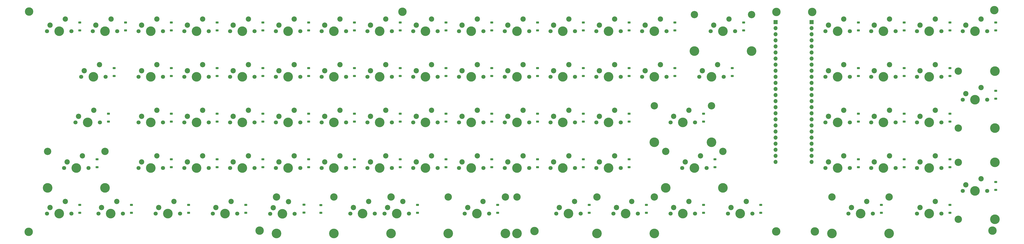
<source format=gbr>
%TF.GenerationSoftware,KiCad,Pcbnew,9.0.0*%
%TF.CreationDate,2025-04-17T19:43:04-05:00*%
%TF.ProjectId,AbbyNormal,41626279-4e6f-4726-9d61-6c2e6b696361,rev?*%
%TF.SameCoordinates,Original*%
%TF.FileFunction,Soldermask,Bot*%
%TF.FilePolarity,Negative*%
%FSLAX46Y46*%
G04 Gerber Fmt 4.6, Leading zero omitted, Abs format (unit mm)*
G04 Created by KiCad (PCBNEW 9.0.0) date 2025-04-17 19:43:04*
%MOMM*%
%LPD*%
G01*
G04 APERTURE LIST*
G04 Aperture macros list*
%AMRoundRect*
0 Rectangle with rounded corners*
0 $1 Rounding radius*
0 $2 $3 $4 $5 $6 $7 $8 $9 X,Y pos of 4 corners*
0 Add a 4 corners polygon primitive as box body*
4,1,4,$2,$3,$4,$5,$6,$7,$8,$9,$2,$3,0*
0 Add four circle primitives for the rounded corners*
1,1,$1+$1,$2,$3*
1,1,$1+$1,$4,$5*
1,1,$1+$1,$6,$7*
1,1,$1+$1,$8,$9*
0 Add four rect primitives between the rounded corners*
20,1,$1+$1,$2,$3,$4,$5,0*
20,1,$1+$1,$4,$5,$6,$7,0*
20,1,$1+$1,$6,$7,$8,$9,0*
20,1,$1+$1,$8,$9,$2,$3,0*%
G04 Aperture macros list end*
%ADD10C,1.700000*%
%ADD11C,4.000000*%
%ADD12C,2.200000*%
%ADD13R,1.700000X1.700000*%
%ADD14O,1.700000X1.700000*%
%ADD15C,2.600000*%
%ADD16C,3.500000*%
%ADD17C,3.050000*%
%ADD18RoundRect,0.225000X0.375000X-0.225000X0.375000X0.225000X-0.375000X0.225000X-0.375000X-0.225000X0*%
G04 APERTURE END LIST*
D10*
%TO.C,SW30*%
X259080000Y-100330000D03*
D11*
X264160000Y-100330000D03*
D10*
X269240000Y-100330000D03*
D12*
X266700000Y-95250000D03*
X260350000Y-97790000D03*
%TD*%
D10*
%TO.C,SW39*%
X87630000Y-119380000D03*
D11*
X92710000Y-119380000D03*
D10*
X97790000Y-119380000D03*
D12*
X95250000Y-114300000D03*
X88900000Y-116840000D03*
%TD*%
D10*
%TO.C,SW48*%
X259080000Y-119380000D03*
D11*
X264160000Y-119380000D03*
D10*
X269240000Y-119380000D03*
D12*
X266700000Y-114300000D03*
X260350000Y-116840000D03*
%TD*%
D10*
%TO.C,SW40*%
X106680000Y-119380000D03*
D11*
X111760000Y-119380000D03*
D10*
X116840000Y-119380000D03*
D12*
X114300000Y-114300000D03*
X107950000Y-116840000D03*
%TD*%
D10*
%TO.C,SW57*%
X125730000Y-138430000D03*
D11*
X130810000Y-138430000D03*
D10*
X135890000Y-138430000D03*
D12*
X133350000Y-133350000D03*
X127000000Y-135890000D03*
%TD*%
D10*
%TO.C,SW74*%
X118586250Y-157480000D03*
D11*
X123666250Y-157480000D03*
D10*
X128746250Y-157480000D03*
D12*
X126206250Y-152400000D03*
X119856250Y-154940000D03*
%TD*%
D10*
%TO.C,SW26*%
X182880000Y-100330000D03*
D11*
X187960000Y-100330000D03*
D10*
X193040000Y-100330000D03*
D12*
X190500000Y-95250000D03*
X184150000Y-97790000D03*
%TD*%
D13*
%TO.C,J1*%
X352740000Y-77420000D03*
D14*
X352740000Y-79960000D03*
X352740000Y-82500000D03*
X352740000Y-85040000D03*
X352740000Y-87580000D03*
X352740000Y-90120000D03*
X352740000Y-92660000D03*
X352740000Y-95200000D03*
X352740000Y-97740000D03*
X352740000Y-100280000D03*
X352740000Y-102820000D03*
X352740000Y-105360000D03*
X352740000Y-107900000D03*
X352740000Y-110440000D03*
X352740000Y-112980000D03*
X352740000Y-115520000D03*
X352740000Y-118060000D03*
X352740000Y-120600000D03*
X352740000Y-123140000D03*
X352740000Y-125680000D03*
X352740000Y-128220000D03*
X352740000Y-130760000D03*
X352740000Y-133300000D03*
X352740000Y-135840000D03*
%TD*%
D15*
%TO.C,REF\u002A\u002A*%
X138000000Y-164600000D03*
D16*
X138000000Y-164600000D03*
%TD*%
D17*
%TO.C,SW37*%
X428760000Y-97955000D03*
X428760000Y-121755000D03*
D10*
X430680000Y-109855000D03*
D11*
X435760000Y-109855000D03*
D10*
X440840000Y-109855000D03*
D11*
X444000000Y-97955000D03*
X444000000Y-121755000D03*
D12*
X438300000Y-104775000D03*
X431950000Y-107315000D03*
%TD*%
D17*
%TO.C,SW75*%
X145103750Y-150480000D03*
D11*
X145103750Y-165720000D03*
D10*
X190023750Y-157480000D03*
D11*
X195103750Y-157480000D03*
D10*
X200183750Y-157480000D03*
D17*
X245103750Y-150480000D03*
D11*
X245103750Y-165720000D03*
D12*
X197643750Y-152400000D03*
X191293750Y-154940000D03*
%TD*%
D10*
%TO.C,SW16*%
X373530000Y-81280000D03*
D11*
X378610000Y-81280000D03*
D10*
X383690000Y-81280000D03*
D12*
X381150000Y-76200000D03*
X374800000Y-78740000D03*
%TD*%
D10*
%TO.C,SW79*%
X332898750Y-157480000D03*
D11*
X337978750Y-157480000D03*
D10*
X343058750Y-157480000D03*
D12*
X340518750Y-152400000D03*
X334168750Y-154940000D03*
%TD*%
D10*
%TO.C,SW7*%
X163830000Y-81280000D03*
D11*
X168910000Y-81280000D03*
D10*
X173990000Y-81280000D03*
D12*
X171450000Y-76200000D03*
X165100000Y-78740000D03*
%TD*%
D10*
%TO.C,SW2*%
X68580000Y-81280000D03*
D11*
X73660000Y-81280000D03*
D10*
X78740000Y-81280000D03*
D12*
X76200000Y-76200000D03*
X69850000Y-78740000D03*
%TD*%
D10*
%TO.C,SW36*%
X411630000Y-100330000D03*
D11*
X416710000Y-100330000D03*
D10*
X421790000Y-100330000D03*
D12*
X419250000Y-95250000D03*
X412900000Y-97790000D03*
%TD*%
D15*
%TO.C,REF\u002A\u002A*%
X353000000Y-164900000D03*
D16*
X353000000Y-164900000D03*
%TD*%
D10*
%TO.C,SW32*%
X297180000Y-100330000D03*
D11*
X302260000Y-100330000D03*
D10*
X307340000Y-100330000D03*
D12*
X304800000Y-95250000D03*
X298450000Y-97790000D03*
%TD*%
D10*
%TO.C,SW25*%
X163830000Y-100330000D03*
D11*
X168910000Y-100330000D03*
D10*
X173990000Y-100330000D03*
D12*
X171450000Y-95250000D03*
X165100000Y-97790000D03*
%TD*%
D10*
%TO.C,SW38*%
X61436250Y-119380000D03*
D11*
X66516250Y-119380000D03*
D10*
X71596250Y-119380000D03*
D12*
X69056250Y-114300000D03*
X62706250Y-116840000D03*
%TD*%
D10*
%TO.C,SW1*%
X49530000Y-81280000D03*
D11*
X54610000Y-81280000D03*
D10*
X59690000Y-81280000D03*
D12*
X57150000Y-76200000D03*
X50800000Y-78740000D03*
%TD*%
D10*
%TO.C,SW55*%
X87630000Y-138430000D03*
D11*
X92710000Y-138430000D03*
D10*
X97790000Y-138430000D03*
D12*
X95250000Y-133350000D03*
X88900000Y-135890000D03*
%TD*%
D10*
%TO.C,SW71*%
X49530000Y-157480000D03*
D11*
X54610000Y-157480000D03*
D10*
X59690000Y-157480000D03*
D12*
X57150000Y-152400000D03*
X50800000Y-154940000D03*
%TD*%
D10*
%TO.C,SW18*%
X411630000Y-81280000D03*
D11*
X416710000Y-81280000D03*
D10*
X421790000Y-81280000D03*
D12*
X419250000Y-76200000D03*
X412900000Y-78740000D03*
%TD*%
D17*
%TO.C,SW83*%
X168956750Y-150471050D03*
D11*
X168956750Y-165711050D03*
D10*
X175776750Y-157471050D03*
D11*
X180856750Y-157471050D03*
D10*
X185936750Y-157471050D03*
D17*
X192756750Y-150471050D03*
D11*
X192756750Y-165711050D03*
D12*
X183396750Y-152391050D03*
X177046750Y-154931050D03*
%TD*%
D10*
%TO.C,SW23*%
X125730000Y-100330000D03*
D11*
X130810000Y-100330000D03*
D10*
X135890000Y-100330000D03*
D12*
X133350000Y-95250000D03*
X127000000Y-97790000D03*
%TD*%
D10*
%TO.C,SW44*%
X182880000Y-119380000D03*
D11*
X187960000Y-119380000D03*
D10*
X193040000Y-119380000D03*
D12*
X190500000Y-114300000D03*
X184150000Y-116840000D03*
%TD*%
D15*
%TO.C,REF\u002A\u002A*%
X368000000Y-73200000D03*
D16*
X368000000Y-73200000D03*
%TD*%
D10*
%TO.C,SW81*%
X411630000Y-157480000D03*
D11*
X416710000Y-157480000D03*
D10*
X421790000Y-157480000D03*
D12*
X419250000Y-152400000D03*
X412900000Y-154940000D03*
%TD*%
D10*
%TO.C,SW58*%
X144780000Y-138430000D03*
D11*
X149860000Y-138430000D03*
D10*
X154940000Y-138430000D03*
D12*
X152400000Y-133350000D03*
X146050000Y-135890000D03*
%TD*%
D10*
%TO.C,SW5*%
X125730000Y-81280000D03*
D11*
X130810000Y-81280000D03*
D10*
X135890000Y-81280000D03*
D12*
X133350000Y-76200000D03*
X127000000Y-78740000D03*
%TD*%
D15*
%TO.C,REF\u002A\u002A*%
X42100000Y-73000000D03*
D16*
X42100000Y-73000000D03*
%TD*%
D10*
%TO.C,SW4*%
X106680000Y-81280000D03*
D11*
X111760000Y-81280000D03*
D10*
X116840000Y-81280000D03*
D12*
X114300000Y-76200000D03*
X107950000Y-78740000D03*
%TD*%
D15*
%TO.C,REF\u002A\u002A*%
X197500000Y-73100000D03*
D16*
X197500000Y-73100000D03*
%TD*%
D10*
%TO.C,SW46*%
X220980000Y-119380000D03*
D11*
X226060000Y-119380000D03*
D10*
X231140000Y-119380000D03*
D12*
X228600000Y-114300000D03*
X222250000Y-116840000D03*
%TD*%
D13*
%TO.C,J2*%
X367720000Y-77400000D03*
D14*
X367720000Y-79940000D03*
X367720000Y-82480000D03*
X367720000Y-85020000D03*
X367720000Y-87560000D03*
X367720000Y-90100000D03*
X367720000Y-92640000D03*
X367720000Y-95180000D03*
X367720000Y-97720000D03*
X367720000Y-100260000D03*
X367720000Y-102800000D03*
X367720000Y-105340000D03*
X367720000Y-107880000D03*
X367720000Y-110420000D03*
X367720000Y-112960000D03*
X367720000Y-115500000D03*
X367720000Y-118040000D03*
X367720000Y-120580000D03*
X367720000Y-123120000D03*
X367720000Y-125660000D03*
X367720000Y-128200000D03*
X367720000Y-130740000D03*
X367720000Y-133280000D03*
X367720000Y-135820000D03*
%TD*%
D10*
%TO.C,SW31*%
X278130000Y-100330000D03*
D11*
X283210000Y-100330000D03*
D10*
X288290000Y-100330000D03*
D12*
X285750000Y-95250000D03*
X279400000Y-97790000D03*
%TD*%
D10*
%TO.C,SW6*%
X144780000Y-81280000D03*
D11*
X149860000Y-81280000D03*
D10*
X154940000Y-81280000D03*
D12*
X152400000Y-76200000D03*
X146050000Y-78740000D03*
%TD*%
D10*
%TO.C,SW68*%
X392580000Y-138430000D03*
D11*
X397660000Y-138430000D03*
D10*
X402740000Y-138430000D03*
D12*
X400200000Y-133350000D03*
X393850000Y-135890000D03*
%TD*%
D17*
%TO.C,SW50*%
X302266250Y-112380000D03*
D11*
X302266250Y-127620000D03*
D10*
X309086250Y-119380000D03*
D11*
X314166250Y-119380000D03*
D10*
X319246250Y-119380000D03*
D17*
X326066250Y-112380000D03*
D11*
X326066250Y-127620000D03*
D12*
X316706250Y-114300000D03*
X310356250Y-116840000D03*
%TD*%
D15*
%TO.C,REF\u002A\u002A*%
X369100000Y-164900000D03*
D16*
X369100000Y-164900000D03*
%TD*%
D10*
%TO.C,SW3*%
X87630000Y-81280000D03*
D11*
X92710000Y-81280000D03*
D10*
X97790000Y-81280000D03*
D12*
X95250000Y-76200000D03*
X88900000Y-78740000D03*
%TD*%
D15*
%TO.C,REF\u002A\u002A*%
X443000000Y-164600000D03*
D16*
X443000000Y-164600000D03*
%TD*%
D17*
%TO.C,SW70*%
X428760000Y-136055000D03*
X428760000Y-159855000D03*
D10*
X430680000Y-147955000D03*
D11*
X435760000Y-147955000D03*
D10*
X440840000Y-147955000D03*
D11*
X444000000Y-136055000D03*
X444000000Y-159855000D03*
D12*
X438300000Y-142875000D03*
X431950000Y-145415000D03*
%TD*%
D10*
%TO.C,SW69*%
X411630000Y-138430000D03*
D11*
X416710000Y-138430000D03*
D10*
X421790000Y-138430000D03*
D12*
X419250000Y-133350000D03*
X412900000Y-135890000D03*
%TD*%
D17*
%TO.C,SW77*%
X278453750Y-150480000D03*
D11*
X278453750Y-165720000D03*
D10*
X285273750Y-157480000D03*
D11*
X290353750Y-157480000D03*
D10*
X295433750Y-157480000D03*
D17*
X302253750Y-150480000D03*
D11*
X302253750Y-165720000D03*
D12*
X292893750Y-152400000D03*
X286543750Y-154940000D03*
%TD*%
D17*
%TO.C,SW15*%
X318935000Y-74280000D03*
D11*
X318935000Y-89520000D03*
D10*
X325755000Y-81280000D03*
D11*
X330835000Y-81280000D03*
D10*
X335915000Y-81280000D03*
D17*
X342735000Y-74280000D03*
D11*
X342735000Y-89520000D03*
D12*
X333375000Y-76200000D03*
X327025000Y-78740000D03*
%TD*%
D10*
%TO.C,SW52*%
X392580000Y-119380000D03*
D11*
X397660000Y-119380000D03*
D10*
X402740000Y-119380000D03*
D12*
X400200000Y-114300000D03*
X393850000Y-116840000D03*
%TD*%
D17*
%TO.C,SW66*%
X307028750Y-131430000D03*
D11*
X307028750Y-146670000D03*
D10*
X313848750Y-138430000D03*
D11*
X318928750Y-138430000D03*
D10*
X324008750Y-138430000D03*
D17*
X330828750Y-131430000D03*
D11*
X330828750Y-146670000D03*
D12*
X321468750Y-133350000D03*
X315118750Y-135890000D03*
%TD*%
D15*
%TO.C,REF\u002A\u002A*%
X353100000Y-73200000D03*
D16*
X353100000Y-73200000D03*
%TD*%
D10*
%TO.C,SW41*%
X125730000Y-119380000D03*
D11*
X130810000Y-119380000D03*
D10*
X135890000Y-119380000D03*
D12*
X133350000Y-114300000D03*
X127000000Y-116840000D03*
%TD*%
D10*
%TO.C,SW53*%
X411630000Y-119380000D03*
D11*
X416710000Y-119380000D03*
D10*
X421790000Y-119380000D03*
D12*
X419250000Y-114300000D03*
X412900000Y-116840000D03*
%TD*%
D10*
%TO.C,SW60*%
X182880000Y-138430000D03*
D11*
X187960000Y-138430000D03*
D10*
X193040000Y-138430000D03*
D12*
X190500000Y-133350000D03*
X184150000Y-135890000D03*
%TD*%
D10*
%TO.C,SW22*%
X106680000Y-100330000D03*
D11*
X111760000Y-100330000D03*
D10*
X116840000Y-100330000D03*
D12*
X114300000Y-95250000D03*
X107950000Y-97790000D03*
%TD*%
D10*
%TO.C,SW67*%
X373530000Y-138430000D03*
D11*
X378610000Y-138430000D03*
D10*
X383690000Y-138430000D03*
D12*
X381150000Y-133350000D03*
X374800000Y-135890000D03*
%TD*%
D10*
%TO.C,SW10*%
X220980000Y-81280000D03*
D11*
X226060000Y-81280000D03*
D10*
X231140000Y-81280000D03*
D12*
X228600000Y-76200000D03*
X222250000Y-78740000D03*
%TD*%
D15*
%TO.C,REF\u002A\u002A*%
X252400000Y-164700000D03*
D16*
X252400000Y-164700000D03*
%TD*%
D10*
%TO.C,SW33*%
X320992500Y-100330000D03*
D11*
X326072500Y-100330000D03*
D10*
X331152500Y-100330000D03*
D12*
X328612500Y-95250000D03*
X322262500Y-97790000D03*
%TD*%
D10*
%TO.C,SW20*%
X63817500Y-100330000D03*
D11*
X68897500Y-100330000D03*
D10*
X73977500Y-100330000D03*
D12*
X71437500Y-95250000D03*
X65087500Y-97790000D03*
%TD*%
D10*
%TO.C,SW29*%
X240030000Y-100330000D03*
D11*
X245110000Y-100330000D03*
D10*
X250190000Y-100330000D03*
D12*
X247650000Y-95250000D03*
X241300000Y-97790000D03*
%TD*%
D10*
%TO.C,SW43*%
X163830000Y-119380000D03*
D11*
X168910000Y-119380000D03*
D10*
X173990000Y-119380000D03*
D12*
X171450000Y-114300000D03*
X165100000Y-116840000D03*
%TD*%
D10*
%TO.C,SW78*%
X309086250Y-157480000D03*
D11*
X314166250Y-157480000D03*
D10*
X319246250Y-157480000D03*
D12*
X316706250Y-152400000D03*
X310356250Y-154940000D03*
%TD*%
D10*
%TO.C,SW59*%
X163830000Y-138430000D03*
D11*
X168910000Y-138430000D03*
D10*
X173990000Y-138430000D03*
D12*
X171450000Y-133350000D03*
X165100000Y-135890000D03*
%TD*%
D10*
%TO.C,SW34*%
X373530000Y-100330000D03*
D11*
X378610000Y-100330000D03*
D10*
X383690000Y-100330000D03*
D12*
X381150000Y-95250000D03*
X374800000Y-97790000D03*
%TD*%
D10*
%TO.C,SW13*%
X278130000Y-81280000D03*
D11*
X283210000Y-81280000D03*
D10*
X288290000Y-81280000D03*
D12*
X285750000Y-76200000D03*
X279400000Y-78740000D03*
%TD*%
D15*
%TO.C,REF\u002A\u002A*%
X41900000Y-165100000D03*
D16*
X41900000Y-165100000D03*
%TD*%
D15*
%TO.C,REF\u002A\u002A*%
X443800000Y-72400000D03*
D16*
X443800000Y-72400000D03*
%TD*%
D10*
%TO.C,SW17*%
X392580000Y-81280000D03*
D11*
X397660000Y-81280000D03*
D10*
X402740000Y-81280000D03*
D12*
X400200000Y-76200000D03*
X393850000Y-78740000D03*
%TD*%
D10*
%TO.C,SW72*%
X70961250Y-157480000D03*
D11*
X76041250Y-157480000D03*
D10*
X81121250Y-157480000D03*
D12*
X78581250Y-152400000D03*
X72231250Y-154940000D03*
%TD*%
D10*
%TO.C,SW21*%
X87630000Y-100330000D03*
D11*
X92710000Y-100330000D03*
D10*
X97790000Y-100330000D03*
D12*
X95250000Y-95250000D03*
X88900000Y-97790000D03*
%TD*%
D10*
%TO.C,SW76*%
X261461250Y-157480000D03*
D11*
X266541250Y-157480000D03*
D10*
X271621250Y-157480000D03*
D12*
X269081250Y-152400000D03*
X262731250Y-154940000D03*
%TD*%
D10*
%TO.C,SW9*%
X201930000Y-81280000D03*
D11*
X207010000Y-81280000D03*
D10*
X212090000Y-81280000D03*
D12*
X209550000Y-76200000D03*
X203200000Y-78740000D03*
%TD*%
D17*
%TO.C,SW84*%
X216541250Y-150480000D03*
D11*
X216541250Y-165720000D03*
D10*
X223361250Y-157480000D03*
D11*
X228441250Y-157480000D03*
D10*
X233521250Y-157480000D03*
D17*
X240341250Y-150480000D03*
D11*
X240341250Y-165720000D03*
D12*
X230981250Y-152400000D03*
X224631250Y-154940000D03*
%TD*%
D10*
%TO.C,SW63*%
X240030000Y-138430000D03*
D11*
X245110000Y-138430000D03*
D10*
X250190000Y-138430000D03*
D12*
X247650000Y-133350000D03*
X241300000Y-135890000D03*
%TD*%
D10*
%TO.C,SW19*%
X430680000Y-81280000D03*
D11*
X435760000Y-81280000D03*
D10*
X440840000Y-81280000D03*
D12*
X438300000Y-76200000D03*
X431950000Y-78740000D03*
%TD*%
D10*
%TO.C,SW82*%
X142404750Y-157500000D03*
D11*
X147484750Y-157500000D03*
D10*
X152564750Y-157500000D03*
D12*
X150024750Y-152420000D03*
X143674750Y-154960000D03*
%TD*%
D10*
%TO.C,SW45*%
X201930000Y-119380000D03*
D11*
X207010000Y-119380000D03*
D10*
X212090000Y-119380000D03*
D12*
X209550000Y-114300000D03*
X203200000Y-116840000D03*
%TD*%
D10*
%TO.C,SW56*%
X106680000Y-138430000D03*
D11*
X111760000Y-138430000D03*
D10*
X116840000Y-138430000D03*
D12*
X114300000Y-133350000D03*
X107950000Y-135890000D03*
%TD*%
D10*
%TO.C,SW51*%
X373530000Y-119380000D03*
D11*
X378610000Y-119380000D03*
D10*
X383690000Y-119380000D03*
D12*
X381150000Y-114300000D03*
X374800000Y-116840000D03*
%TD*%
D10*
%TO.C,SW35*%
X392580000Y-100330000D03*
D11*
X397660000Y-100330000D03*
D10*
X402740000Y-100330000D03*
D12*
X400200000Y-95250000D03*
X393850000Y-97790000D03*
%TD*%
D10*
%TO.C,SW64*%
X259080000Y-138430000D03*
D11*
X264160000Y-138430000D03*
D10*
X269240000Y-138430000D03*
D12*
X266700000Y-133350000D03*
X260350000Y-135890000D03*
%TD*%
D17*
%TO.C,SW80*%
X376235000Y-150480000D03*
D11*
X376235000Y-165720000D03*
D10*
X383055000Y-157480000D03*
D11*
X388135000Y-157480000D03*
D10*
X393215000Y-157480000D03*
D17*
X400035000Y-150480000D03*
D11*
X400035000Y-165720000D03*
D12*
X390675000Y-152400000D03*
X384325000Y-154940000D03*
%TD*%
D10*
%TO.C,SW27*%
X201930000Y-100330000D03*
D11*
X207010000Y-100330000D03*
D10*
X212090000Y-100330000D03*
D12*
X209550000Y-95250000D03*
X203200000Y-97790000D03*
%TD*%
D10*
%TO.C,SW47*%
X240030000Y-119380000D03*
D11*
X245110000Y-119380000D03*
D10*
X250190000Y-119380000D03*
D12*
X247650000Y-114300000D03*
X241300000Y-116840000D03*
%TD*%
D17*
%TO.C,SW54*%
X49853750Y-131430000D03*
D11*
X49853750Y-146670000D03*
D10*
X56673750Y-138430000D03*
D11*
X61753750Y-138430000D03*
D10*
X66833750Y-138430000D03*
D17*
X73653750Y-131430000D03*
D11*
X73653750Y-146670000D03*
D12*
X64293750Y-133350000D03*
X57943750Y-135890000D03*
%TD*%
D10*
%TO.C,SW73*%
X94773750Y-157480000D03*
D11*
X99853750Y-157480000D03*
D10*
X104933750Y-157480000D03*
D12*
X102393750Y-152400000D03*
X96043750Y-154940000D03*
%TD*%
D10*
%TO.C,SW65*%
X278130000Y-138430000D03*
D11*
X283210000Y-138430000D03*
D10*
X288290000Y-138430000D03*
D12*
X285750000Y-133350000D03*
X279400000Y-135890000D03*
%TD*%
D10*
%TO.C,SW11*%
X240030000Y-81280000D03*
D11*
X245110000Y-81280000D03*
D10*
X250190000Y-81280000D03*
D12*
X247650000Y-76200000D03*
X241300000Y-78740000D03*
%TD*%
D10*
%TO.C,SW62*%
X220980000Y-138430000D03*
D11*
X226060000Y-138430000D03*
D10*
X231140000Y-138430000D03*
D12*
X228600000Y-133350000D03*
X222250000Y-135890000D03*
%TD*%
D10*
%TO.C,SW12*%
X259080000Y-81280000D03*
D11*
X264160000Y-81280000D03*
D10*
X269240000Y-81280000D03*
D12*
X266700000Y-76200000D03*
X260350000Y-78740000D03*
%TD*%
D10*
%TO.C,SW14*%
X297180000Y-81280000D03*
D11*
X302260000Y-81280000D03*
D10*
X307340000Y-81280000D03*
D12*
X304800000Y-76200000D03*
X298450000Y-78740000D03*
%TD*%
D10*
%TO.C,SW8*%
X182880000Y-81280000D03*
D11*
X187960000Y-81280000D03*
D10*
X193040000Y-81280000D03*
D12*
X190500000Y-76200000D03*
X184150000Y-78740000D03*
%TD*%
D10*
%TO.C,SW24*%
X144780000Y-100330000D03*
D11*
X149860000Y-100330000D03*
D10*
X154940000Y-100330000D03*
D12*
X152400000Y-95250000D03*
X146050000Y-97790000D03*
%TD*%
D10*
%TO.C,SW28*%
X220980000Y-100330000D03*
D11*
X226060000Y-100330000D03*
D10*
X231140000Y-100330000D03*
D12*
X228600000Y-95250000D03*
X222250000Y-97790000D03*
%TD*%
D10*
%TO.C,SW61*%
X201930000Y-138430000D03*
D11*
X207010000Y-138430000D03*
D10*
X212090000Y-138430000D03*
D12*
X209550000Y-133350000D03*
X203200000Y-135890000D03*
%TD*%
D10*
%TO.C,SW42*%
X144780000Y-119380000D03*
D11*
X149860000Y-119380000D03*
D10*
X154940000Y-119380000D03*
D12*
X152400000Y-114300000D03*
X146050000Y-116840000D03*
%TD*%
D10*
%TO.C,SW49*%
X278130000Y-119380000D03*
D11*
X283210000Y-119380000D03*
D10*
X288290000Y-119380000D03*
D12*
X285750000Y-114300000D03*
X279400000Y-116840000D03*
%TD*%
D18*
%TO.C,D79*%
X346598750Y-157080000D03*
X346598750Y-153780000D03*
%TD*%
%TO.C,D32*%
X310880000Y-99930000D03*
X310880000Y-96630000D03*
%TD*%
%TO.C,D34*%
X387230000Y-99930000D03*
X387230000Y-96630000D03*
%TD*%
%TO.C,D20*%
X77517500Y-99930000D03*
X77517500Y-96630000D03*
%TD*%
%TO.C,D51*%
X387230000Y-118980000D03*
X387230000Y-115680000D03*
%TD*%
%TO.C,D21*%
X101330000Y-99930000D03*
X101330000Y-96630000D03*
%TD*%
%TO.C,D66*%
X327548750Y-138030000D03*
X327548750Y-134730000D03*
%TD*%
%TO.C,D15*%
X339455000Y-80880000D03*
X339455000Y-77580000D03*
%TD*%
%TO.C,D29*%
X253730000Y-99930000D03*
X253730000Y-96630000D03*
%TD*%
%TO.C,D73*%
X108473750Y-157080000D03*
X108473750Y-153780000D03*
%TD*%
%TO.C,D22*%
X120380000Y-99930000D03*
X120380000Y-96630000D03*
%TD*%
%TO.C,D12*%
X272780000Y-80880000D03*
X272780000Y-77580000D03*
%TD*%
%TO.C,D19*%
X444380000Y-80880000D03*
X444380000Y-77580000D03*
%TD*%
%TO.C,D4*%
X120380000Y-80880000D03*
X120380000Y-77580000D03*
%TD*%
%TO.C,D47*%
X253730000Y-118980000D03*
X253730000Y-115680000D03*
%TD*%
%TO.C,D11*%
X253730000Y-80880000D03*
X253730000Y-77580000D03*
%TD*%
%TO.C,D1*%
X63230000Y-80880000D03*
X63230000Y-77580000D03*
%TD*%
%TO.C,D13*%
X291830000Y-80880000D03*
X291830000Y-77580000D03*
%TD*%
%TO.C,D70*%
X444380000Y-147555000D03*
X444380000Y-144255000D03*
%TD*%
%TO.C,D37*%
X444380000Y-109455000D03*
X444380000Y-106155000D03*
%TD*%
%TO.C,D68*%
X406280000Y-138030000D03*
X406280000Y-134730000D03*
%TD*%
%TO.C,D57*%
X139430000Y-138030000D03*
X139430000Y-134730000D03*
%TD*%
%TO.C,D35*%
X406280000Y-99930000D03*
X406280000Y-96630000D03*
%TD*%
%TO.C,D14*%
X310880000Y-80880000D03*
X310880000Y-77580000D03*
%TD*%
%TO.C,D61*%
X215630000Y-138030000D03*
X215630000Y-134730000D03*
%TD*%
%TO.C,D28*%
X234680000Y-99930000D03*
X234680000Y-96630000D03*
%TD*%
%TO.C,D9*%
X215630000Y-80880000D03*
X215630000Y-77580000D03*
%TD*%
%TO.C,D54*%
X70373750Y-138030000D03*
X70373750Y-134730000D03*
%TD*%
%TO.C,D81*%
X425330000Y-157080000D03*
X425330000Y-153780000D03*
%TD*%
%TO.C,D8*%
X196580000Y-80880000D03*
X196580000Y-77580000D03*
%TD*%
%TO.C,D42*%
X158480000Y-118980000D03*
X158480000Y-115680000D03*
%TD*%
%TO.C,D78*%
X322786250Y-157080000D03*
X322786250Y-153780000D03*
%TD*%
%TO.C,D82*%
X156500000Y-157000000D03*
X156500000Y-153700000D03*
%TD*%
%TO.C,D46*%
X234680000Y-118980000D03*
X234680000Y-115680000D03*
%TD*%
%TO.C,D49*%
X291830000Y-118980000D03*
X291830000Y-115680000D03*
%TD*%
%TO.C,D53*%
X425330000Y-118980000D03*
X425330000Y-115680000D03*
%TD*%
%TO.C,D63*%
X253730000Y-138030000D03*
X253730000Y-134730000D03*
%TD*%
%TO.C,D75*%
X203723750Y-157080000D03*
X203723750Y-153780000D03*
%TD*%
%TO.C,D60*%
X196580000Y-138030000D03*
X196580000Y-134730000D03*
%TD*%
%TO.C,D67*%
X387230000Y-138030000D03*
X387230000Y-134730000D03*
%TD*%
%TO.C,D3*%
X101330000Y-80880000D03*
X101330000Y-77580000D03*
%TD*%
%TO.C,D41*%
X139430000Y-118980000D03*
X139430000Y-115680000D03*
%TD*%
%TO.C,D10*%
X234680000Y-80880000D03*
X234680000Y-77580000D03*
%TD*%
%TO.C,D6*%
X158480000Y-80880000D03*
X158480000Y-77580000D03*
%TD*%
%TO.C,D83*%
X163500000Y-157150000D03*
X163500000Y-153850000D03*
%TD*%
%TO.C,D23*%
X139430000Y-99930000D03*
X139430000Y-96630000D03*
%TD*%
%TO.C,D27*%
X215630000Y-99930000D03*
X215630000Y-96630000D03*
%TD*%
%TO.C,D69*%
X425330000Y-138030000D03*
X425330000Y-134730000D03*
%TD*%
%TO.C,D62*%
X234680000Y-138030000D03*
X234680000Y-134730000D03*
%TD*%
%TO.C,D25*%
X177530000Y-99930000D03*
X177530000Y-96630000D03*
%TD*%
%TO.C,D72*%
X84661250Y-157080000D03*
X84661250Y-153780000D03*
%TD*%
%TO.C,D74*%
X132286250Y-157080000D03*
X132286250Y-153780000D03*
%TD*%
%TO.C,D64*%
X272780000Y-138030000D03*
X272780000Y-134730000D03*
%TD*%
%TO.C,D31*%
X291830000Y-99930000D03*
X291830000Y-96630000D03*
%TD*%
%TO.C,D17*%
X406280000Y-80880000D03*
X406280000Y-77580000D03*
%TD*%
%TO.C,D18*%
X425330000Y-80880000D03*
X425330000Y-77580000D03*
%TD*%
%TO.C,D52*%
X406280000Y-118980000D03*
X406280000Y-115680000D03*
%TD*%
%TO.C,D65*%
X291830000Y-138030000D03*
X291830000Y-134730000D03*
%TD*%
%TO.C,D24*%
X158480000Y-99930000D03*
X158480000Y-96630000D03*
%TD*%
%TO.C,D84*%
X237061250Y-157080000D03*
X237061250Y-153780000D03*
%TD*%
%TO.C,D36*%
X425330000Y-99930000D03*
X425330000Y-96630000D03*
%TD*%
%TO.C,D30*%
X272780000Y-99930000D03*
X272780000Y-96630000D03*
%TD*%
%TO.C,D80*%
X396755000Y-157080000D03*
X396755000Y-153780000D03*
%TD*%
%TO.C,D2*%
X82280000Y-80880000D03*
X82280000Y-77580000D03*
%TD*%
%TO.C,D59*%
X177530000Y-138030000D03*
X177530000Y-134730000D03*
%TD*%
%TO.C,D40*%
X120380000Y-118980000D03*
X120380000Y-115680000D03*
%TD*%
%TO.C,D71*%
X63230000Y-157080000D03*
X63230000Y-153780000D03*
%TD*%
%TO.C,D5*%
X139430000Y-80880000D03*
X139430000Y-77580000D03*
%TD*%
%TO.C,D38*%
X75136250Y-118980000D03*
X75136250Y-115680000D03*
%TD*%
%TO.C,D45*%
X215630000Y-118980000D03*
X215630000Y-115680000D03*
%TD*%
%TO.C,D39*%
X101330000Y-118980000D03*
X101330000Y-115680000D03*
%TD*%
%TO.C,D44*%
X196580000Y-118980000D03*
X196580000Y-115680000D03*
%TD*%
%TO.C,D77*%
X298973750Y-157080000D03*
X298973750Y-153780000D03*
%TD*%
%TO.C,D50*%
X322786250Y-118980000D03*
X322786250Y-115680000D03*
%TD*%
%TO.C,D26*%
X196580000Y-99930000D03*
X196580000Y-96630000D03*
%TD*%
%TO.C,D7*%
X177530000Y-80880000D03*
X177530000Y-77580000D03*
%TD*%
%TO.C,D58*%
X158480000Y-138030000D03*
X158480000Y-134730000D03*
%TD*%
%TO.C,D76*%
X275161250Y-157080000D03*
X275161250Y-153780000D03*
%TD*%
%TO.C,D48*%
X272780000Y-118980000D03*
X272780000Y-115680000D03*
%TD*%
%TO.C,D16*%
X387230000Y-80880000D03*
X387230000Y-77580000D03*
%TD*%
%TO.C,D33*%
X334692500Y-99930000D03*
X334692500Y-96630000D03*
%TD*%
%TO.C,D43*%
X177530000Y-118980000D03*
X177530000Y-115680000D03*
%TD*%
%TO.C,D56*%
X120380000Y-138030000D03*
X120380000Y-134730000D03*
%TD*%
%TO.C,D55*%
X101330000Y-138030000D03*
X101330000Y-134730000D03*
%TD*%
M02*

</source>
